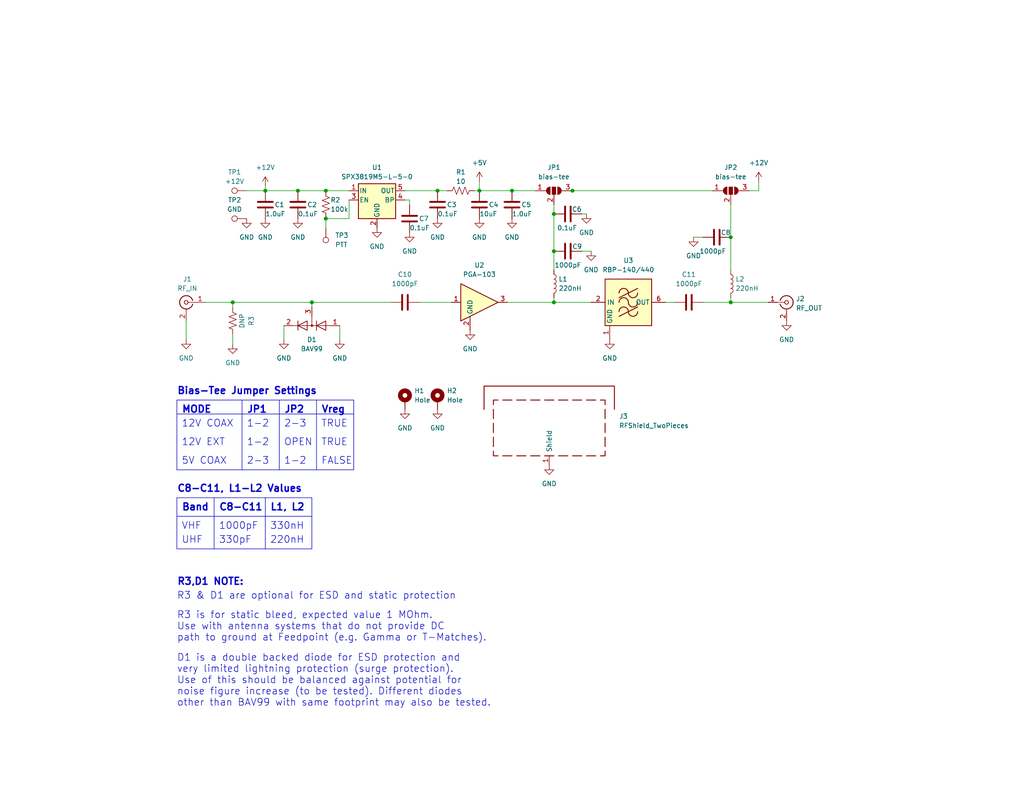
<source format=kicad_sch>
(kicad_sch (version 20230121) (generator eeschema)
  (paper "A")
  (title_block (title "PGA-103+ Preamplifier, Version 2.1.X.0") (date "2023-10-02") (rev "-") (company "VTGS, GSN-SDA") (comment 1 "Preamplifier for VHF/UHF Satellite Rx") (comment 2 "creativecommons.org/licenses/by/4.0/") (comment 3 "License: CC BY 4.0") (comment 4 "Author: Zach Leffke, KJ4QLP"))
  (lib_symbols
    (symbol "Connector:Conn_Coaxial" (pin_names (offset 1.016) hide)
      (property "Reference" "J" (at 0.254 3.048 0))
      (property "Value" "Conn_Coaxial" (at 2.921 0 90))
      (symbol "Conn_Coaxial_0_1"
        (arc (start -1.778 -0.508) (mid 0.2311 -1.8066) (end 1.778 0) (stroke (width 0.254)))
        (polyline (pts (xy -2.54 0) (xy -0.508 0)))
        (polyline (pts (xy 0 -2.54) (xy 0 -1.778)))
        (circle (center 0 0) (radius 0.508) (stroke (width 0.2032)))
        (arc (start 1.778 0) (mid 0.2099 1.8101) (end -1.778 0.508) (stroke (width 0.254)))
      )
      (symbol "Conn_Coaxial_1_1"
        (pin passive line (at -5.08 0 0) (length 2.54) (name "In") (number "1"))
        (pin passive line (at 0 -5.08 90) (length 2.54) (name "Ext") (number "2"))
      )
    )
    (symbol "Connector:TestPoint" (pin_numbers hide) (pin_names (offset 0.762) hide)
      (property "Reference" "TP" (at 0 6.858 0))
      (property "Value" "TestPoint" (at 0 5.08 0))
      (symbol "TestPoint_0_1"
        (circle (center 0 3.302) (radius 0.762))
      )
      (symbol "TestPoint_1_1"
        (pin passive line (at 0 0 90) (length 2.54) (name "1") (number "1"))
      )
    )
    (symbol "Device:C" (pin_numbers hide) (pin_names (offset 0.254))
      (property "Reference" "C" (at 0.635 2.54 0))
      (property "Value" "C" (at 0.635 -2.54 0))
      (symbol "C_0_1"
        (polyline (pts (xy -2.032 -0.762) (xy 2.032 -0.762)) (stroke (width 0.508)))
        (polyline (pts (xy -2.032 0.762) (xy 2.032 0.762)) (stroke (width 0.508)))
      )
      (symbol "C_1_1"
        (pin passive line (at 0 3.81 270) (length 2.794) (name "~") (number "1"))
        (pin passive line (at 0 -3.81 90) (length 2.794) (name "~") (number "2"))
      )
    )
    (symbol "Device:L" (pin_numbers hide) (pin_names (offset 1.016) hide)
      (property "Reference" "L" (at -1.27 0 90))
      (property "Value" "L" (at 1.905 0 90))
      (symbol "L_0_1"
        (arc (start 0 -2.54) (mid 0.6323 -1.905) (end 0 -1.27))
        (arc (start 0 -1.27) (mid 0.6323 -0.635) (end 0 0))
        (arc (start 0 0) (mid 0.6323 0.635) (end 0 1.27))
        (arc (start 0 1.27) (mid 0.6323 1.905) (end 0 2.54))
      )
      (symbol "L_1_1"
        (pin passive line (at 0 3.81 270) (length 1.27) (name "1") (number "1"))
        (pin passive line (at 0 -3.81 90) (length 1.27) (name "2") (number "2"))
      )
    )
    (symbol "Device:RFShield_TwoPieces" (pin_names (offset 1.016))
      (property "Reference" "J" (at 0 5.08 0))
      (property "Value" "RFShield_TwoPieces" (at 0 2.54 0))
      (symbol "RFShield_TwoPieces_0_1"
        (polyline (pts (xy -15.24 -5.08) (xy -15.24 -2.54)) (stroke (width 0.254)))
        (polyline (pts (xy -15.24 -1.27) (xy -15.24 1.27)) (stroke (width 0.254)))
        (polyline (pts (xy -15.24 2.54) (xy -15.24 5.08)) (stroke (width 0.254)))
        (polyline (pts (xy -12.7 7.62) (xy -10.16 7.62)) (stroke (width 0.254)))
        (polyline (pts (xy -10.16 -7.62) (xy -12.7 -7.62)) (stroke (width 0.254)))
        (polyline (pts (xy -6.35 -7.62) (xy -8.89 -7.62)) (stroke (width 0.254)))
        (polyline (pts (xy -6.35 7.62) (xy -8.89 7.62)) (stroke (width 0.254)))
        (polyline (pts (xy -2.54 -7.62) (xy -5.08 -7.62)) (stroke (width 0.254)))
        (polyline (pts (xy -2.54 7.62) (xy -5.08 7.62)) (stroke (width 0.254)))
        (polyline (pts (xy -1.27 -7.62) (xy 1.27 -7.62)) (stroke (width 0.254)))
        (polyline (pts (xy 1.27 7.62) (xy -1.27 7.62)) (stroke (width 0.254)))
        (polyline (pts (xy 2.54 -7.62) (xy 5.08 -7.62)) (stroke (width 0.254)))
        (polyline (pts (xy 5.08 7.62) (xy 2.54 7.62)) (stroke (width 0.254)))
        (polyline (pts (xy 6.35 -7.62) (xy 8.89 -7.62)) (stroke (width 0.254)))
        (polyline (pts (xy 8.89 7.62) (xy 6.35 7.62)) (stroke (width 0.254)))
        (polyline (pts (xy 10.16 -7.62) (xy 12.7 -7.62)) (stroke (width 0.254)))
        (polyline (pts (xy 12.7 7.62) (xy 10.16 7.62)) (stroke (width 0.254)))
        (polyline (pts (xy 15.24 -5.08) (xy 15.24 -2.54)) (stroke (width 0.254)))
        (polyline (pts (xy 15.24 -1.27) (xy 15.24 1.27)) (stroke (width 0.254)))
        (polyline (pts (xy 15.24 2.54) (xy 15.24 5.08)) (stroke (width 0.254)))
        (polyline (pts (xy -15.24 6.35) (xy -15.24 7.62) (xy -13.97 7.62)) (stroke (width 0.254)))
        (polyline (pts (xy -13.97 -7.62) (xy -15.24 -7.62) (xy -15.24 -6.35)) (stroke (width 0.254)))
        (polyline (pts (xy 13.97 -7.62) (xy 15.24 -7.62) (xy 15.24 -6.35)) (stroke (width 0.254)))
        (polyline (pts (xy 15.24 6.35) (xy 15.24 7.62) (xy 13.97 7.62)) (stroke (width 0.254)))
        (polyline (pts (xy -17.78 5.08) (xy -17.78 11.43) (xy 17.78 11.43) (xy 17.78 5.08)) (stroke (width 0.254)))
      )
      (symbol "RFShield_TwoPieces_1_1"
        (pin passive line (at 0 -10.16 90) (length 2.54) (name "Shield") (number "1"))
      )
    )
    (symbol "Device:R_US" (pin_numbers hide) (pin_names (offset 0))
      (property "Reference" "R" (at 2.54 0 90))
      (property "Value" "R_US" (at -2.54 0 90))
      (symbol "R_US_0_1"
        (polyline (pts (xy 0 -2.286) (xy 0 -2.54)))
        (polyline (pts (xy 0 2.286) (xy 0 2.54)))
        (polyline (pts (xy 0 -0.762) (xy 1.016 -1.143) (xy 0 -1.524) (xy -1.016 -1.905) (xy 0 -2.286)))
        (polyline (pts (xy 0 0.762) (xy 1.016 0.381) (xy 0 0) (xy -1.016 -0.381) (xy 0 -0.762)))
        (polyline (pts (xy 0 2.286) (xy 1.016 1.905) (xy 0 1.524) (xy -1.016 1.143) (xy 0 0.762)))
      )
      (symbol "R_US_1_1"
        (pin passive line (at 0 3.81 270) (length 1.27) (name "~") (number "1"))
        (pin passive line (at 0 -3.81 90) (length 1.27) (name "~") (number "2"))
      )
    )
    (symbol "Diode:BAV99" (pin_names hide)
      (property "Reference" "D" (at 0 5.08 0))
      (property "Value" "BAV99" (at 0 2.54 0))
      (symbol "BAV99_0_1"
        (polyline (pts (xy -5.08 0) (xy 5.08 0)))
      )
      (symbol "BAV99_1_1"
        (polyline (pts (xy 0 0) (xy 0 -2.54)))
        (polyline (pts (xy -1.27 -1.27) (xy -1.27 1.27) (xy -1.27 1.27)) (stroke (width 0.2032)))
        (polyline (pts (xy 3.81 1.27) (xy 3.81 -1.27) (xy 3.81 -1.27)) (stroke (width 0.2032)))
        (polyline (pts (xy -3.81 1.27) (xy -1.27 0) (xy -3.81 -1.27) (xy -3.81 1.27) (xy -3.81 1.27) (xy -3.81 1.27)) (stroke (width 0.2032)))
        (polyline (pts (xy 1.27 1.27) (xy 3.81 0) (xy 1.27 -1.27) (xy 1.27 1.27) (xy 1.27 1.27) (xy 1.27 1.27)) (stroke (width 0.2032)))
        (circle (center 0 0) (radius 0.254) (fill (type outline)))
        (pin passive line (at -7.62 0 0) (length 2.54) (name "K") (number "1"))
        (pin passive line (at 7.62 0 180) (length 2.54) (name "A") (number "2"))
        (pin passive line (at 0 -5.08 90) (length 2.54) (name "K") (number "3"))
      )
    )
    (symbol "Jumper:SolderJumper_3_Open" (pin_names (offset 0) hide)
      (property "Reference" "JP" (at -2.54 -2.54 0))
      (property "Value" "SolderJumper_3_Open" (at 0 2.794 0))
      (symbol "SolderJumper_3_Open_0_1"
        (arc (start -1.016 1.016) (mid -2.0276 0) (end -1.016 -1.016))
        (arc (start -1.016 1.016) (mid -2.0276 0) (end -1.016 -1.016) (fill (type outline)))
        (rectangle (start -0.508 1.016) (end 0.508 -1.016) (fill (type outline)))
        (polyline (pts (xy -2.54 0) (xy -2.032 0)))
        (polyline (pts (xy -1.016 1.016) (xy -1.016 -1.016)))
        (polyline (pts (xy 0 -1.27) (xy 0 -1.016)))
        (polyline (pts (xy 1.016 1.016) (xy 1.016 -1.016)))
        (polyline (pts (xy 2.54 0) (xy 2.032 0)))
        (arc (start 1.016 -1.016) (mid 2.0276 0) (end 1.016 1.016))
        (arc (start 1.016 -1.016) (mid 2.0276 0) (end 1.016 1.016) (fill (type outline)))
      )
      (symbol "SolderJumper_3_Open_1_1"
        (pin passive line (at -5.08 0 0) (length 2.54) (name "A") (number "1"))
        (pin passive line (at 0 -3.81 90) (length 2.54) (name "C") (number "2"))
        (pin passive line (at 5.08 0 180) (length 2.54) (name "B") (number "3"))
      )
    )
    (symbol "Mechanical:MountingHole_Pad" (pin_numbers hide) (pin_names (offset 1.016) hide)
      (property "Reference" "H" (at 0 6.35 0))
      (property "Value" "MountingHole_Pad" (at 0 4.445 0))
      (symbol "MountingHole_Pad_0_1"
        (circle (center 0 1.27) (radius 1.27) (stroke (width 1.27)))
      )
      (symbol "MountingHole_Pad_1_1"
        (pin input line (at 0 -2.54 90) (length 2.54) (name "1") (number "1"))
      )
    )
    (symbol "RF_Amplifier:PGA-103"
      (property "Reference" "U" (at -1.27 7.62 0))
      (property "Value" "PGA-103" (at 2.54 5.08 0))
      (symbol "PGA-103_0_1"
        (polyline (pts (xy 5.08 0) (xy -5.08 5.08) (xy -5.08 -5.08) (xy 5.08 0)) (stroke (width 0.254)) (fill (type background)))
      )
      (symbol "PGA-103_1_1"
        (pin input line (at -7.62 0 0) (length 2.54) (name "~") (number "1"))
        (pin power_in line (at -2.54 -7.62 90) (length 3.81) (name "GND") (number "2"))
        (pin output line (at 7.62 0 180) (length 2.54) (name "~") (number "3"))
      )
    )
    (symbol "RF_Filter:RBP-280"
      (property "Reference" "U" (at -6.35 7.62 0))
      (property "Value" "RBP-280" (at 6.35 7.62 0))
      (symbol "RBP-280_0_1"
        (rectangle (start -6.35 6.35) (end 6.35 -6.35) (stroke (width 0.254)) (fill (type background)))
        (arc (start 0 -2.54) (mid -1.27 -1.2755) (end -2.54 -2.54) (stroke (width 0.254)))
        (arc (start 0 -2.54) (mid 1.27 -3.8045) (end 2.54 -2.54) (stroke (width 0.254)))
        (arc (start 0 0) (mid -1.27 1.2645) (end -2.54 0) (stroke (width 0.254)))
        (polyline (pts (xy -2.54 -3.81) (xy 2.54 -1.27)) (stroke (width 0.254)))
        (polyline (pts (xy -2.54 1.27) (xy 2.54 3.81)) (stroke (width 0.254)))
        (arc (start 0 0) (mid 1.27 -1.2645) (end 2.54 0) (stroke (width 0.254)))
        (arc (start 0 2.54) (mid -1.27 3.8045) (end -2.54 2.54) (stroke (width 0.254)))
        (arc (start 0 2.54) (mid 1.27 1.2755) (end 2.54 2.54) (stroke (width 0.254)))
      )
      (symbol "RBP-280_1_1"
        (pin power_in line (at -5.08 -10.16 90) (length 3.81) (name "GND") (number "1"))
        (pin input line (at -10.16 0 0) (length 3.81) (name "IN") (number "2"))
        (pin passive line (at -5.08 -10.16 90) (length 3.81) hide (name "GND") (number "3"))
        (pin passive line (at -5.08 -10.16 90) (length 3.81) hide (name "GND") (number "4"))
        (pin passive line (at -5.08 -10.16 90) (length 3.81) hide (name "GND") (number "5"))
        (pin output line (at 10.16 0 180) (length 3.81) (name "OUT") (number "6"))
        (pin passive line (at -5.08 -10.16 90) (length 3.81) hide (name "GND") (number "7"))
        (pin passive line (at -5.08 -10.16 90) (length 3.81) hide (name "GND") (number "8"))
      )
    )
    (symbol "Regulator_Linear:SPX3819M5-L-5-0" (pin_names (offset 0.254))
      (property "Reference" "U" (at -3.81 5.715 0))
      (property "Value" "SPX3819M5-L-5-0" (at 0 5.715 0))
      (symbol "SPX3819M5-L-5-0_0_1"
        (rectangle (start -5.08 4.445) (end 5.08 -5.08) (stroke (width 0.254)) (fill (type background)))
      )
      (symbol "SPX3819M5-L-5-0_1_1"
        (pin power_in line (at -7.62 2.54 0) (length 2.54) (name "IN") (number "1"))
        (pin power_in line (at 0 -7.62 90) (length 2.54) (name "GND") (number "2"))
        (pin input line (at -7.62 0 0) (length 2.54) (name "EN") (number "3"))
        (pin input line (at 7.62 0 180) (length 2.54) (name "BP") (number "4"))
        (pin power_out line (at 7.62 2.54 180) (length 2.54) (name "OUT") (number "5"))
      )
    )
    (symbol "power:+12V" (power) (pin_names (offset 0))
      (property "Value" "+12V" (at 0 3.556 0))
      (symbol "+12V_0_1"
        (polyline (pts (xy -0.762 1.27) (xy 0 2.54)))
        (polyline (pts (xy 0 0) (xy 0 2.54)))
        (polyline (pts (xy 0 2.54) (xy 0.762 1.27)))
      )
      (symbol "+12V_1_1"
        (pin power_in line (at 0 0 90) (length 0) hide (name "+12V") (number "1"))
      )
    )
    (symbol "power:+5V" (power) (pin_names (offset 0))
      (property "Value" "+5V" (at 0 3.556 0))
      (symbol "+5V_0_1"
        (polyline (pts (xy -0.762 1.27) (xy 0 2.54)))
        (polyline (pts (xy 0 0) (xy 0 2.54)))
        (polyline (pts (xy 0 2.54) (xy 0.762 1.27)))
      )
      (symbol "+5V_1_1"
        (pin power_in line (at 0 0 90) (length 0) hide (name "+5V") (number "1"))
      )
    )
    (symbol "power:GND" (power) (pin_names (offset 0))
      (property "Value" "GND" (at 0 -3.81 0))
      (symbol "GND_0_1"
        (polyline (pts (xy 0 0) (xy 0 -1.27) (xy 1.27 -1.27) (xy 0 -2.54) (xy -1.27 -1.27) (xy 0 -1.27)))
      )
      (symbol "GND_1_1"
        (pin power_in line (at 0 0 270) (length 0) hide (name "GND") (number "1"))
      )
    )
  )
  (junction (at 151.13 58.42))
  (junction (at 81.28 52.07))
  (junction (at 119.38 52.07))
  (junction (at 130.81 52.07))
  (junction (at 88.9 52.07))
  (junction (at 72.39 52.07))
  (junction (at 199.39 64.77))
  (junction (at 156.21 52.07))
  (junction (at 85.09 82.55))
  (junction (at 139.7 52.07))
  (junction (at 199.39 82.55))
  (junction (at 88.9 59.69))
  (junction (at 151.13 68.58))
  (junction (at 63.5 82.55))
  (junction (at 151.13 82.55))
  (wire (pts (xy 207.01 52.07) (xy 207.01 49.53)))
  (wire (pts (xy 92.71 88.9) (xy 92.71 92.71)))
  (wire (pts (xy 55.88 82.55) (xy 63.5 82.55)))
  (wire (pts (xy 72.39 50.8) (xy 72.39 52.07)))
  (wire (pts (xy 85.09 82.55) (xy 106.68 82.55)))
  (wire (pts (xy 151.13 81.28) (xy 151.13 82.55)))
  (wire (pts (xy 199.39 81.28) (xy 199.39 82.55)))
  (wire (pts (xy 153.67 52.07) (xy 156.21 52.07)))
  (wire (pts (xy 151.13 58.42) (xy 151.13 68.58)))
  (polyline (pts (xy 48.26 140.97) (xy 85.09 140.97)))
  (wire (pts (xy 151.13 68.58) (xy 151.13 73.66)))
  (wire (pts (xy 199.39 55.88) (xy 199.39 64.77)))
  (wire (pts (xy 189.23 64.77) (xy 191.77 64.77)))
  (wire (pts (xy 181.61 82.55) (xy 184.15 82.55)))
  (wire (pts (xy 85.09 82.55) (xy 85.09 83.82)))
  (wire (pts (xy 114.3 82.55) (xy 123.19 82.55)))
  (polyline (pts (xy 58.42 135.89) (xy 58.42 149.86)))
  (wire (pts (xy 151.13 55.88) (xy 151.13 58.42)))
  (wire (pts (xy 139.7 52.07) (xy 146.05 52.07)))
  (wire (pts (xy 95.25 59.69) (xy 95.25 54.61)))
  (wire (pts (xy 130.81 52.07) (xy 139.7 52.07)))
  (wire (pts (xy 72.39 52.07) (xy 81.28 52.07)))
  (wire (pts (xy 191.77 82.55) (xy 199.39 82.55)))
  (wire (pts (xy 199.39 82.55) (xy 209.55 82.55)))
  (polyline (pts (xy 76.2 109.22) (xy 76.2 128.27)))
  (polyline (pts (xy 48.26 113.03) (xy 96.52 113.03)))
  (wire (pts (xy 199.39 64.77) (xy 199.39 73.66)))
  (polyline (pts (xy 48.26 109.22) (xy 96.52 109.22)))
  (polyline (pts (xy 72.39 135.89) (xy 72.39 149.86)))
  (wire (pts (xy 88.9 59.69) (xy 88.9 62.23)))
  (wire (pts (xy 110.49 52.07) (xy 119.38 52.07)))
  (wire (pts (xy 158.75 68.58) (xy 161.29 68.58)))
  (polyline (pts (xy 96.52 109.22) (xy 96.52 128.27)))
  (polyline (pts (xy 85.09 135.89) (xy 85.09 149.86)))
  (polyline (pts (xy 48.26 109.22) (xy 48.26 128.27)))
  (polyline (pts (xy 48.26 135.89) (xy 85.09 135.89)))
  (wire (pts (xy 129.54 52.07) (xy 130.81 52.07)))
  (wire (pts (xy 67.31 52.07) (xy 72.39 52.07)))
  (wire (pts (xy 63.5 82.55) (xy 85.09 82.55)))
  (polyline (pts (xy 86.36 109.22) (xy 86.36 128.27)))
  (wire (pts (xy 88.9 52.07) (xy 95.25 52.07)))
  (wire (pts (xy 81.28 52.07) (xy 88.9 52.07)))
  (wire (pts (xy 204.47 52.07) (xy 207.01 52.07)))
  (wire (pts (xy 88.9 59.69) (xy 95.25 59.69)))
  (polyline (pts (xy 66.04 109.22) (xy 66.04 128.27)))
  (wire (pts (xy 156.21 52.07) (xy 194.31 52.07)))
  (wire (pts (xy 160.02 58.42) (xy 158.75 58.42)))
  (polyline (pts (xy 96.52 128.27) (xy 48.26 128.27)))
  (wire (pts (xy 138.43 82.55) (xy 151.13 82.55)))
  (wire (pts (xy 119.38 52.07) (xy 121.92 52.07)))
  (wire (pts (xy 151.13 82.55) (xy 161.29 82.55)))
  (polyline (pts (xy 48.26 149.86) (xy 85.09 149.86)))
  (wire (pts (xy 63.5 91.44) (xy 63.5 93.98)))
  (wire (pts (xy 77.47 88.9) (xy 77.47 92.71)))
  (wire (pts (xy 63.5 83.82) (xy 63.5 82.55)))
  (wire (pts (xy 111.76 54.61) (xy 111.76 55.88)))
  (wire (pts (xy 110.49 54.61) (xy 111.76 54.61)))
  (wire (pts (xy 50.8 87.63) (xy 50.8 92.71)))
  (polyline (pts (xy 48.26 135.89) (xy 48.26 149.86)))
  (wire (pts (xy 130.81 49.53) (xy 130.81 52.07)))
  (text "UHF" (at 49.53 148.59 0) (effects (font (size 1.905 1.905)) (justify left bottom)))
  (text "2-3" (at 67.31 127 0) (effects (font (size 1.905 1.905)) (justify left bottom)))
  (text "TRUE" (at 87.63 116.84 0) (effects (font (size 1.905 1.905)) (justify left bottom)))
  (text "2-3" (at 77.47 116.84 0) (effects (font (size 1.905 1.905)) (justify left bottom)))
  (text "R3 is for static bleed, expected value 1 MOhm.\nUse with antenna systems that do not provide DC \npath to ground at Feedpoint (e.g. Gamma or T-Matches)." (at 48.26 175.26 0) (effects (font (size 1.905 1.905)) (justify left bottom)))
  (text "330nH" (at 73.66 144.78 0) (effects (font (size 1.905 1.905)) (justify left bottom)))
  (text "D1 is a double backed diode for ESD protection and \nvery limited lightning protection (surge protection).  \nUse of this should be balanced against potential for \nnoise figure increase (to be tested). Different diodes \nother than BAV99 with same footprint may also be tested." (at 48.26 193.04 0) (effects (font (size 1.905 1.905)) (justify left bottom)))
  (text "330pF" (at 59.69 148.59 0) (effects (font (size 1.905 1.905)) (justify left bottom)))
  (text "C8-C11" (at 59.69 139.7 0) (effects (font (size 1.905 1.905) (thickness 0.381) bold) (justify left bottom)))
  (text "VHF" (at 49.53 144.78 0) (effects (font (size 1.905 1.905)) (justify left bottom)))
  (text "OPEN" (at 77.47 121.92 0) (effects (font (size 1.905 1.905)) (justify left bottom)))
  (text "R3,D1 NOTE:" (at 48.26 160.02 0) (effects (font (size 1.905 1.905) (thickness 0.381) bold) (justify left bottom)))
  (text "Bias-Tee Jumper Settings" (at 48.26 107.95 0) (effects (font (size 1.905 1.905) (thickness 0.381) bold) (justify left bottom)))
  (text "JP1" (at 67.31 113.03 0) (effects (font (size 1.905 1.905) (thickness 0.381) bold) (justify left bottom)))
  (text "R3 & D1 are optional for ESD and static protection" (at 48.26 163.83 0) (effects (font (size 1.905 1.905)) (justify left bottom)))
  (text "JP2" (at 77.47 113.03 0) (effects (font (size 1.905 1.905) (thickness 0.381) bold) (justify left bottom)))
  (text "C8-C11, L1-L2 Values" (at 48.26 134.62 0) (effects (font (size 1.905 1.905) (thickness 0.381) bold) (justify left bottom)))
  (text "12V COAX" (at 49.53 116.84 0) (effects (font (size 1.905 1.905)) (justify left bottom)))
  (text "1-2" (at 67.31 121.92 0) (effects (font (size 1.905 1.905)) (justify left bottom)))
  (text "Vreg" (at 87.63 113.03 0) (effects (font (size 1.905 1.905) (thickness 0.381) bold) (justify left bottom)))
  (text "1-2" (at 67.31 116.84 0) (effects (font (size 1.905 1.905)) (justify left bottom)))
  (text "TRUE" (at 87.63 121.92 0) (effects (font (size 1.905 1.905)) (justify left bottom)))
  (text "220nH" (at 73.66 148.59 0) (effects (font (size 1.905 1.905)) (justify left bottom)))
  (text "1000pF" (at 59.69 144.78 0) (effects (font (size 1.905 1.905)) (justify left bottom)))
  (text "MODE" (at 49.53 113.03 0) (effects (font (size 1.905 1.905) (thickness 0.381) bold) (justify left bottom)))
  (text "1-2" (at 77.47 127 0) (effects (font (size 1.905 1.905)) (justify left bottom)))
  (text "5V COAX" (at 49.53 127 0) (effects (font (size 1.905 1.905)) (justify left bottom)))
  (text "Band" (at 49.53 139.7 0) (effects (font (size 1.905 1.905) (thickness 0.381) bold) (justify left bottom)))
  (text "L1, L2" (at 73.66 139.7 0) (effects (font (size 1.905 1.905) (thickness 0.381) bold) (justify left bottom)))
  (text "12V EXT" (at 49.53 121.92 0) (effects (font (size 1.905 1.905)) (justify left bottom)))
  (text "FALSE" (at 87.63 127 0) (effects (font (size 1.905 1.905)) (justify left bottom)))
  (symbol (lib_id "power:GND") (at 128.27 90.17 0) (unit 1)
    (property "Reference" "#PWR016" (effects hide))
    (property "Value" "GND" (at 128.27 95.25 0))
  )
  (symbol (lib_id "Device:C") (at 139.7 55.88 180) (unit 1)
    (property "Reference" "C5" (at 142.24 55.88 0) (effects (justify right)))
    (property "Value" "1.0uF" (at 139.7 58.42 0) (effects (justify right)))
    (property "Footprint" "digikey-footprints:0805" (effects hide))
  )
  (symbol (lib_id "power:GND") (at 72.39 59.69 0) (unit 1)
    (property "Reference" "#PWR06" (effects hide))
    (property "Value" "GND" (at 72.39 64.77 0))
  )
  (symbol (lib_id "power:GND") (at 110.49 111.76 0) (unit 1)
    (property "Reference" "#PWR022" (effects hide))
    (property "Value" "GND" (at 110.49 116.84 0))
  )
  (symbol (lib_id "power:GND") (at 139.7 59.69 0) (unit 1)
    (property "Reference" "#PWR010" (effects hide))
    (property "Value" "GND" (at 139.7 64.77 0))
  )
  (symbol (lib_id "power:GND") (at 161.29 68.58 0) (unit 1)
    (property "Reference" "#PWR014" (effects hide))
    (property "Value" "GND" (at 161.29 73.66 0))
  )
  (symbol (lib_id "Device:R_US") (at 88.9 55.88 0) (unit 1)
    (property "Reference" "R2" (at 90.17 54.61 0) (effects (justify left)))
    (property "Value" "100k" (at 90.17 57.15 0) (effects (justify left)))
    (property "Footprint" "digikey-footprints:0805" (effects hide))
  )
  (symbol (lib_id "Connector:TestPoint") (at 67.31 59.69 90) (unit 1)
    (property "Reference" "TP2" (at 64.008 54.61 90))
    (property "Value" "GND" (at 64.008 57.15 90))
    (property "Footprint" "TestPoint:TestPoint_Pad_2.0x2.0mm" (effects hide))
  )
  (symbol (lib_id "Device:C") (at 72.39 55.88 180) (unit 1)
    (property "Reference" "C1" (at 74.93 55.88 0) (effects (justify right)))
    (property "Value" "1.0uF" (at 72.39 58.42 0) (effects (justify right)))
    (property "Footprint" "digikey-footprints:0805" (effects hide))
  )
  (symbol (lib_id "Connector:TestPoint") (at 67.31 52.07 90) (unit 1)
    (property "Reference" "TP1" (at 64.008 46.99 90))
    (property "Value" "+12V" (at 64.008 49.53 90))
    (property "Footprint" "TestPoint:TestPoint_Pad_2.0x2.0mm" (effects hide))
  )
  (symbol (lib_id "Device:L") (at 151.13 77.47 0) (unit 1)
    (property "Reference" "L1" (at 152.4 76.2 0) (effects (justify left)))
    (property "Value" "220nH" (at 152.4 78.74 0) (effects (justify left)))
    (property "Footprint" "digikey-footprints:0805" (effects hide))
  )
  (symbol (lib_id "RF_Filter:RBP-280") (at 171.45 82.55 0) (unit 1)
    (property "Reference" "U3" (at 171.45 71.12 0))
    (property "Value" "RBP-140/440" (at 171.45 73.66 0))
    (property "Footprint" "RF_Mini-Circuits:Mini-Circuits_GP731_LandPatternPL-176" (effects hide))
    (property "Datasheet" "https://www.minicircuits.com/pdfs/RBP-280+.pdf" (effects hide))
  )
  (symbol (lib_id "power:GND") (at 130.81 59.69 0) (unit 1)
    (property "Reference" "#PWR09" (effects hide))
    (property "Value" "GND" (at 130.81 64.77 0))
  )
  (symbol (lib_id "power:GND") (at 81.28 59.69 0) (unit 1)
    (property "Reference" "#PWR07" (effects hide))
    (property "Value" "GND" (at 81.28 64.77 0))
  )
  (symbol (lib_id "power:GND") (at 77.47 92.71 0) (unit 1)
    (property "Reference" "#PWR018" (effects hide))
    (property "Value" "GND" (at 77.47 97.79 0))
  )
  (symbol (lib_id "Connector:Conn_Coaxial") (at 50.8 82.55 0) (mirror y) (unit 1)
    (property "Reference" "J1" (at 51.1174 76.2 0))
    (property "Value" "RF_IN" (at 51.1174 78.74 0))
    (property "Footprint" "Connector_Coaxial:SMA_Samtec_SMA-J-P-X-ST-EM1_EdgeMount" (effects hide))
    (property "Datasheet" " ~" (effects hide))
  )
  (symbol (lib_id "power:+5V") (at 130.81 49.53 0) (unit 1)
    (property "Reference" "#PWR01" (effects hide))
    (property "Value" "+5V" (at 130.81 44.45 0))
  )
  (symbol (lib_id "power:GND") (at 214.63 87.63 0) (unit 1)
    (property "Reference" "#PWR015" (effects hide))
    (property "Value" "GND" (at 214.63 92.71 0))
  )
  (symbol (lib_id "Device:L") (at 199.39 77.47 0) (unit 1)
    (property "Reference" "L2" (at 200.66 76.2 0) (effects (justify left)))
    (property "Value" "220nH" (at 200.66 78.74 0) (effects (justify left)))
    (property "Footprint" "digikey-footprints:0805" (effects hide))
  )
  (symbol (lib_id "Diode:BAV99") (at 85.09 88.9 180) (unit 1)
    (property "Reference" "D1" (at 85.09 92.71 0))
    (property "Value" "BAV99" (at 85.09 95.25 0))
    (property "Footprint" "Package_TO_SOT_SMD:SOT-23" (effects hide))
    (property "Datasheet" "https://assets.nexperia.com/documents/data-sheet/BAV99_SER.pdf" (effects hide))
  )
  (symbol (lib_id "Regulator_Linear:SPX3819M5-L-5-0") (at 102.87 54.61 0) (unit 1)
    (property "Reference" "U1" (at 102.87 45.72 0))
    (property "Value" "SPX3819M5-L-5-0" (at 102.87 48.26 0))
    (property "Footprint" "Package_TO_SOT_SMD:SOT-23-5" (effects hide))
    (property "Datasheet" "https://www.exar.com/content/document.ashx?id=22106&languageid=1033&type=Datasheet&partnumber=SPX3819&filename=SPX3819.pdf&part=SPX3819" (effects hide))
  )
  (symbol (lib_id "Device:C") (at 195.58 64.77 270) (unit 1)
    (property "Reference" "C8" (at 199.39 63.5 90) (effects (justify right)))
    (property "Value" "1000pF" (at 198.12 68.58 90) (effects (justify right)))
    (property "Footprint" "digikey-footprints:0805" (effects hide))
  )
  (symbol (lib_id "power:GND") (at 67.31 59.69 0) (unit 1)
    (property "Reference" "#PWR05" (effects hide))
    (property "Value" "GND" (at 67.31 64.77 0))
  )
  (symbol (lib_id "power:GND") (at 111.76 63.5 0) (unit 1)
    (property "Reference" "#PWR012" (effects hide))
    (property "Value" "GND" (at 111.76 68.58 0))
  )
  (symbol (lib_id "Device:R_US") (at 63.5 87.63 0) (unit 1)
    (property "Reference" "R3" (at 68.58 87.63 90))
    (property "Value" "DNP" (at 66.04 87.63 90))
    (property "Footprint" "digikey-footprints:0805" (effects hide))
  )
  (symbol (lib_id "Device:C") (at 187.96 82.55 90) (unit 1)
    (property "Reference" "C11" (at 187.96 74.93 90))
    (property "Value" "1000pF" (at 187.96 77.47 90))
    (property "Footprint" "digikey-footprints:0805" (effects hide))
  )
  (symbol (lib_id "Device:C") (at 111.76 59.69 180) (unit 1)
    (property "Reference" "C7" (at 114.3 59.69 0) (effects (justify right)))
    (property "Value" "0.1uF" (at 111.76 62.23 0) (effects (justify right)))
    (property "Footprint" "digikey-footprints:0805" (effects hide))
  )
  (symbol (lib_id "Connector:Conn_Coaxial") (at 214.63 82.55 0) (unit 1)
    (property "Reference" "J2" (at 217.17 81.5732 0) (effects (justify left)))
    (property "Value" "RF_OUT" (at 217.17 84.1132 0) (effects (justify left)))
    (property "Footprint" "Connector_Coaxial:SMA_Samtec_SMA-J-P-X-ST-EM1_EdgeMount" (effects hide))
    (property "Datasheet" " ~" (effects hide))
  )
  (symbol (lib_id "Device:C") (at 154.94 58.42 270) (unit 1)
    (property "Reference" "C6" (at 158.75 57.15 90) (effects (justify right)))
    (property "Value" "0.1uF" (at 157.48 62.23 90) (effects (justify right)))
    (property "Footprint" "digikey-footprints:0805" (effects hide))
  )
  (symbol (lib_id "power:GND") (at 92.71 92.71 0) (unit 1)
    (property "Reference" "#PWR019" (effects hide))
    (property "Value" "GND" (at 92.71 97.79 0))
  )
  (symbol (lib_id "Device:C") (at 81.28 55.88 180) (unit 1)
    (property "Reference" "C2" (at 83.82 55.88 0) (effects (justify right)))
    (property "Value" "0.1uF" (at 81.28 58.42 0) (effects (justify right)))
    (property "Footprint" "digikey-footprints:0805" (effects hide))
  )
  (symbol (lib_id "Jumper:SolderJumper_3_Open") (at 151.13 52.07 0) (unit 1)
    (property "Reference" "JP1" (at 151.13 45.72 0))
    (property "Value" "bias-tee" (at 151.13 48.26 0))
    (property "Footprint" "Jumper:SolderJumper-3_P1.3mm_Open_RoundedPad1.0x1.5mm_NumberLabels" (effects hide))
  )
  (symbol (lib_id "Device:C") (at 154.94 68.58 270) (unit 1)
    (property "Reference" "C9" (at 157.48 67.31 90))
    (property "Value" "1000pF" (at 154.94 72.39 90))
    (property "Footprint" "digikey-footprints:0805" (effects hide))
  )
  (symbol (lib_id "power:GND") (at 166.37 92.71 0) (unit 1)
    (property "Reference" "#PWR020" (effects hide))
    (property "Value" "GND" (at 166.37 97.79 0))
  )
  (symbol (lib_id "Device:C") (at 130.81 55.88 180) (unit 1)
    (property "Reference" "C4" (at 133.35 55.88 0) (effects (justify right)))
    (property "Value" "10uF" (at 130.81 58.42 0) (effects (justify right)))
    (property "Footprint" "digikey-footprints:0805" (effects hide))
  )
  (symbol (lib_id "power:GND") (at 189.23 64.77 0) (unit 1)
    (property "Reference" "#PWR013" (effects hide))
    (property "Value" "GND" (at 189.23 69.85 0))
  )
  (symbol (lib_id "Mechanical:MountingHole_Pad") (at 119.38 109.22 0) (unit 1)
    (property "Reference" "H2" (at 121.92 106.68 0) (effects (justify left)))
    (property "Value" "Hole" (at 121.92 109.22 0) (effects (justify left)))
    (property "Footprint" "TestPoint:TestPoint_Plated_Hole_D4.0mm" (effects hide))
  )
  (symbol (lib_id "Jumper:SolderJumper_3_Open") (at 199.39 52.07 0) (unit 1)
    (property "Reference" "JP2" (at 199.39 45.72 0))
    (property "Value" "bias-tee" (at 199.39 48.26 0))
    (property "Footprint" "Jumper:SolderJumper-3_P1.3mm_Open_RoundedPad1.0x1.5mm_NumberLabels" (effects hide))
  )
  (symbol (lib_id "power:GND") (at 119.38 111.76 0) (unit 1)
    (property "Reference" "#PWR024" (effects hide))
    (property "Value" "GND" (at 119.38 116.84 0))
  )
  (symbol (lib_id "RF_Amplifier:PGA-103") (at 130.81 82.55 0) (unit 1)
    (property "Reference" "U2" (at 130.81 72.39 0))
    (property "Value" "PGA-103" (at 130.81 74.93 0))
    (property "Footprint" "Package_TO_SOT_SMD:SOT-89-3" (effects hide))
    (property "Datasheet" "https://www.minicircuits.com/pdfs/PGA-103+.pdf" (effects hide))
  )
  (symbol (lib_id "Mechanical:MountingHole_Pad") (at 110.49 109.22 0) (unit 1)
    (property "Reference" "H1" (at 113.03 106.68 0) (effects (justify left)))
    (property "Value" "Hole" (at 113.03 109.22 0) (effects (justify left)))
    (property "Footprint" "TestPoint:TestPoint_Plated_Hole_D4.0mm" (effects hide))
  )
  (symbol (lib_id "Device:C") (at 110.49 82.55 90) (unit 1)
    (property "Reference" "C10" (at 110.49 74.93 90))
    (property "Value" "1000pF" (at 110.49 77.47 90))
    (property "Footprint" "digikey-footprints:0805" (effects hide))
  )
  (symbol (lib_id "Device:RFShield_TwoPieces") (at 149.86 116.84 0) (unit 1)
    (property "Reference" "J3" (at 168.91 113.665 0) (effects (justify left)))
    (property "Value" "RFShield_TwoPieces" (at 168.91 116.205 0) (effects (justify left)))
    (property "Footprint" "RF_Shielding:Wuerth_36103205_20x20mm" (effects hide))
  )
  (symbol (lib_id "power:GND") (at 63.5 93.98 0) (unit 1)
    (property "Reference" "#PWR021" (effects hide))
    (property "Value" "GND" (at 63.5 99.06 0))
  )
  (symbol (lib_id "power:GND") (at 102.87 62.23 0) (unit 1)
    (property "Reference" "#PWR011" (effects hide))
    (property "Value" "GND" (at 102.87 67.31 0))
  )
  (symbol (lib_id "Connector:TestPoint") (at 88.9 62.23 180) (unit 1)
    (property "Reference" "TP3" (at 91.44 64.262 0) (effects (justify right)))
    (property "Value" "PTT" (at 91.44 66.802 0) (effects (justify right)))
    (property "Footprint" "TestPoint:TestPoint_Pad_2.0x2.0mm" (effects hide))
  )
  (symbol (lib_id "power:+12V") (at 207.01 49.53 0) (unit 1)
    (property "Reference" "#PWR02" (effects hide))
    (property "Value" "+12V" (at 207.01 44.45 0))
  )
  (symbol (lib_id "power:GND") (at 149.86 127 0) (unit 1)
    (property "Reference" "#PWR023" (effects hide))
    (property "Value" "GND" (at 149.86 132.08 0))
  )
  (symbol (lib_id "power:GND") (at 160.02 58.42 0) (unit 1)
    (property "Reference" "#PWR04" (effects hide))
    (property "Value" "GND" (at 160.02 63.5 0))
  )
  (symbol (lib_id "Device:R_US") (at 125.73 52.07 90) (unit 1)
    (property "Reference" "R1" (at 125.73 46.99 90))
    (property "Value" "10" (at 125.73 49.53 90))
    (property "Footprint" "digikey-footprints:0805" (effects hide))
  )
  (symbol (lib_id "Device:C") (at 119.38 55.88 180) (unit 1)
    (property "Reference" "C3" (at 121.92 55.88 0) (effects (justify right)))
    (property "Value" "0.1uF" (at 119.38 58.42 0) (effects (justify right)))
    (property "Footprint" "digikey-footprints:0805" (effects hide))
  )
  (symbol (lib_id "power:GND") (at 50.8 92.71 0) (unit 1)
    (property "Reference" "#PWR017" (effects hide))
    (property "Value" "GND" (at 50.8 97.79 0))
  )
  (symbol (lib_id "power:+12V") (at 72.39 50.8 0) (unit 1)
    (property "Reference" "#PWR03" (effects hide))
    (property "Value" "+12V" (at 72.39 45.72 0))
  )
  (symbol (lib_id "power:GND") (at 119.38 59.69 0) (unit 1)
    (property "Reference" "#PWR08" (effects hide))
    (property "Value" "GND" (at 119.38 64.77 0))
  )
)
</source>
